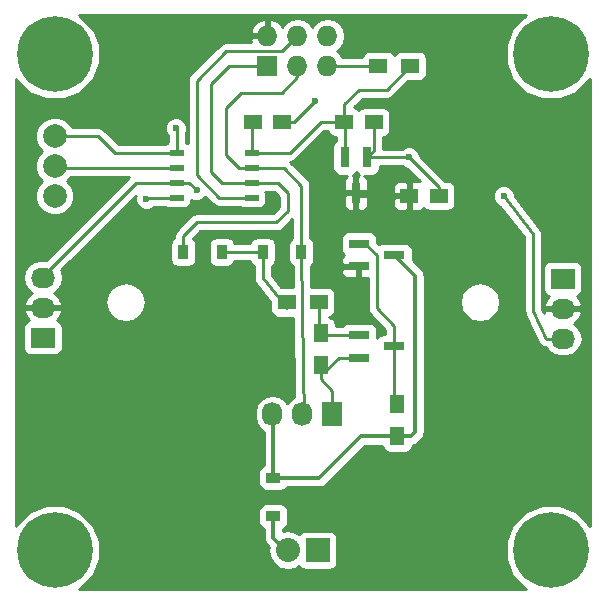
<source format=gbr>
G04 #@! TF.FileFunction,Copper,L1,Top,Signal*
%FSLAX46Y46*%
G04 Gerber Fmt 4.6, Leading zero omitted, Abs format (unit mm)*
G04 Created by KiCad (PCBNEW 4.0.2-4+6225~38~ubuntu14.04.1-stable) date Wed 23 Mar 2016 14:02:06 GMT*
%MOMM*%
G01*
G04 APERTURE LIST*
%ADD10C,0.100000*%
%ADD11R,1.800860X0.800100*%
%ADD12R,1.143000X0.508000*%
%ADD13R,1.727200X2.032000*%
%ADD14O,1.727200X2.032000*%
%ADD15R,2.032000X1.727200*%
%ADD16O,2.032000X1.727200*%
%ADD17R,1.500000X1.250000*%
%ADD18R,1.500000X1.300000*%
%ADD19R,1.300000X1.500000*%
%ADD20R,0.910000X1.220000*%
%ADD21R,0.800100X1.800860*%
%ADD22C,1.998980*%
%ADD23R,1.727200X1.727200*%
%ADD24O,1.727200X1.727200*%
%ADD25R,2.032000X2.032000*%
%ADD26O,2.032000X2.032000*%
%ADD27C,6.400000*%
%ADD28R,1.220000X0.910000*%
%ADD29C,0.600000*%
%ADD30C,0.250000*%
%ADD31C,0.350000*%
%ADD32C,0.254000*%
G04 APERTURE END LIST*
D10*
D11*
X149748860Y-87800000D03*
X149748860Y-89700000D03*
X152751140Y-88750000D03*
X149748860Y-80050000D03*
X149748860Y-81950000D03*
X152751140Y-81000000D03*
D12*
X140675000Y-72345000D03*
X140675000Y-73615000D03*
X140675000Y-74885000D03*
X140675000Y-76155000D03*
X134325000Y-76155000D03*
X134325000Y-74885000D03*
X134325000Y-73615000D03*
X134325000Y-72345000D03*
D13*
X147500000Y-94500000D03*
D14*
X144960000Y-94500000D03*
X142420000Y-94500000D03*
D15*
X123000000Y-88000000D03*
D16*
X123000000Y-85460000D03*
X123000000Y-82920000D03*
D17*
X154000000Y-76000000D03*
X156500000Y-76000000D03*
X148500000Y-69750000D03*
X151000000Y-69750000D03*
X140750000Y-69750000D03*
X143250000Y-69750000D03*
D18*
X146350000Y-85000000D03*
X143650000Y-85000000D03*
D19*
X153000000Y-96350000D03*
X153000000Y-93650000D03*
X146500000Y-87650000D03*
X146500000Y-90350000D03*
D18*
X151400000Y-65000000D03*
X154100000Y-65000000D03*
D20*
X141615000Y-80750000D03*
X144885000Y-80750000D03*
X138135000Y-80750000D03*
X134865000Y-80750000D03*
D21*
X150450000Y-72748860D03*
X148550000Y-72748860D03*
X149500000Y-75751140D03*
D22*
X124000000Y-73460000D03*
X124000000Y-70920000D03*
X124000000Y-76000000D03*
D23*
X142000000Y-65000000D03*
D24*
X142000000Y-62460000D03*
X144540000Y-65000000D03*
X144540000Y-62460000D03*
X147080000Y-65000000D03*
X147080000Y-62460000D03*
D15*
X167000000Y-83000000D03*
D16*
X167000000Y-85540000D03*
X167000000Y-88080000D03*
D25*
X146250000Y-106000000D03*
D26*
X143710000Y-106000000D03*
D27*
X166000000Y-106000000D03*
X124000000Y-106000000D03*
X166000000Y-64000000D03*
X124000000Y-64000000D03*
D28*
X142500000Y-99865000D03*
X142500000Y-103135000D03*
D29*
X154000000Y-72750000D03*
X146000000Y-68000000D03*
X131750000Y-76250000D03*
X134250000Y-70250000D03*
X136000000Y-75500000D03*
X162000000Y-76000000D03*
D30*
X146500000Y-90350000D02*
X146500000Y-91500000D01*
X147500000Y-92500000D02*
X147500000Y-94500000D01*
X146500000Y-91500000D02*
X147500000Y-92500000D01*
X143250000Y-69750000D02*
X144250000Y-69750000D01*
X144250000Y-69750000D02*
X146000000Y-68000000D01*
X146500000Y-90850000D02*
X146900000Y-90850000D01*
X146900000Y-90850000D02*
X148050000Y-89700000D01*
X148050000Y-89700000D02*
X149748860Y-89700000D01*
X156500000Y-76000000D02*
X156500000Y-75250000D01*
X156500000Y-75250000D02*
X154000000Y-72750000D01*
X150450000Y-72748860D02*
X153998860Y-72748860D01*
X153998860Y-72748860D02*
X154000000Y-72750000D01*
X151000000Y-69750000D02*
X151000000Y-72198860D01*
X151000000Y-72198860D02*
X150450000Y-72748860D01*
X134325000Y-76155000D02*
X131845000Y-76155000D01*
X131845000Y-76155000D02*
X131750000Y-76250000D01*
X144885000Y-80750000D02*
X145065000Y-95145000D01*
X145065000Y-95145000D02*
X144960000Y-95250000D01*
X140675000Y-73615000D02*
X143365000Y-73615000D01*
X144885000Y-75135000D02*
X144885000Y-80750000D01*
X143365000Y-73615000D02*
X144885000Y-75135000D01*
X140675000Y-73615000D02*
X139635000Y-73615000D01*
X144540000Y-65960000D02*
X144540000Y-65000000D01*
X143210000Y-67290000D02*
X144540000Y-65960000D01*
X139750000Y-67290000D02*
X143210000Y-67290000D01*
X138520000Y-68520000D02*
X139750000Y-67290000D01*
X138520000Y-72500000D02*
X138520000Y-68520000D01*
X139635000Y-73615000D02*
X138520000Y-72500000D01*
X134865000Y-80750000D02*
X134865000Y-79385000D01*
X142885000Y-74885000D02*
X140675000Y-74885000D01*
X143750000Y-75750000D02*
X142885000Y-74885000D01*
X143750000Y-77250000D02*
X143750000Y-75750000D01*
X142750000Y-78250000D02*
X143750000Y-77250000D01*
X136000000Y-78250000D02*
X142750000Y-78250000D01*
X134865000Y-79385000D02*
X136000000Y-78250000D01*
X138135000Y-74885000D02*
X140675000Y-74885000D01*
X137250000Y-74000000D02*
X138135000Y-74885000D01*
X138750000Y-65000000D02*
X137250000Y-66500000D01*
X142000000Y-65000000D02*
X138750000Y-65000000D01*
X137250000Y-66500000D02*
X137250000Y-74000000D01*
X134325000Y-72345000D02*
X129095000Y-72345000D01*
X127670000Y-70920000D02*
X124000000Y-70920000D01*
X129095000Y-72345000D02*
X127670000Y-70920000D01*
X134325000Y-70325000D02*
X134325000Y-72345000D01*
X134250000Y-70250000D02*
X134325000Y-70325000D01*
X147080000Y-65000000D02*
X151400000Y-65000000D01*
X134325000Y-74885000D02*
X130865000Y-74885000D01*
X130865000Y-74885000D02*
X123000000Y-82750000D01*
X123000000Y-82750000D02*
X123000000Y-82920000D01*
X167000000Y-88080000D02*
X165580000Y-88080000D01*
X135385000Y-74885000D02*
X134325000Y-74885000D01*
X136000000Y-75500000D02*
X135385000Y-74885000D01*
X164500000Y-79250000D02*
X162000000Y-76000000D01*
X164500000Y-85750000D02*
X164500000Y-79250000D01*
X165580000Y-88080000D02*
X164500000Y-85750000D01*
X134885000Y-74885000D02*
X134325000Y-74885000D01*
X144540000Y-62460000D02*
X143250000Y-63750000D01*
X143250000Y-63750000D02*
X138500000Y-63750000D01*
X138500000Y-63750000D02*
X136000000Y-66250000D01*
X136000000Y-66250000D02*
X136000000Y-74250000D01*
X136000000Y-74250000D02*
X137905000Y-76155000D01*
X137905000Y-76155000D02*
X140675000Y-76155000D01*
X134325000Y-73615000D02*
X124155000Y-73615000D01*
X124155000Y-73615000D02*
X124000000Y-73460000D01*
D31*
X143710000Y-106000000D02*
X143500000Y-106000000D01*
X143500000Y-106000000D02*
X142500000Y-105000000D01*
X142500000Y-105000000D02*
X142500000Y-103135000D01*
D30*
X154000000Y-76000000D02*
X149748860Y-76000000D01*
X149748860Y-76000000D02*
X149500000Y-75751140D01*
X148500000Y-69750000D02*
X148500000Y-68250000D01*
X152100000Y-67000000D02*
X154100000Y-65000000D01*
X149750000Y-67000000D02*
X152100000Y-67000000D01*
X148500000Y-68250000D02*
X149750000Y-67000000D01*
X148550000Y-72748860D02*
X148550000Y-69800000D01*
X148550000Y-69800000D02*
X148500000Y-69750000D01*
X148500000Y-69750000D02*
X146500000Y-69750000D01*
X143905000Y-72345000D02*
X140675000Y-72345000D01*
X146500000Y-69750000D02*
X143905000Y-72345000D01*
X140675000Y-72345000D02*
X140675000Y-69825000D01*
X140675000Y-69825000D02*
X140750000Y-69750000D01*
X149748860Y-87800000D02*
X146650000Y-87800000D01*
X146650000Y-87800000D02*
X146500000Y-87650000D01*
X146350000Y-85500000D02*
X146350000Y-88000000D01*
X146350000Y-88000000D02*
X146500000Y-88150000D01*
X152751140Y-88750000D02*
X152751140Y-93401140D01*
X152751140Y-93401140D02*
X153000000Y-93650000D01*
X149748860Y-80050000D02*
X150300000Y-80050000D01*
X150300000Y-80050000D02*
X151250000Y-81000000D01*
X151250000Y-81000000D02*
X151250000Y-85500000D01*
X151250000Y-85500000D02*
X152751140Y-87001140D01*
X152751140Y-87001140D02*
X152751140Y-88750000D01*
X141615000Y-80750000D02*
X141615000Y-82965000D01*
X141615000Y-82965000D02*
X143650000Y-85500000D01*
X138135000Y-80750000D02*
X141615000Y-80750000D01*
D31*
X153000000Y-96350000D02*
X149900000Y-96350000D01*
X146385000Y-99865000D02*
X142500000Y-99865000D01*
X149900000Y-96350000D02*
X146385000Y-99865000D01*
X142500000Y-99865000D02*
X142500000Y-94580000D01*
D30*
X142500000Y-94580000D02*
X142420000Y-94500000D01*
D31*
X153000000Y-96350000D02*
X154150000Y-96350000D01*
X154150000Y-96350000D02*
X154500000Y-96000000D01*
X154500000Y-96000000D02*
X154500000Y-82748860D01*
X154500000Y-82748860D02*
X152751140Y-81000000D01*
D32*
G36*
X163830485Y-60746950D02*
X162750741Y-61824811D01*
X162165667Y-63233825D01*
X162164336Y-64759482D01*
X162746950Y-66169515D01*
X163824811Y-67249259D01*
X165233825Y-67834333D01*
X166759482Y-67835664D01*
X168169515Y-67253050D01*
X169249259Y-66175189D01*
X169290000Y-66077074D01*
X169290000Y-103919911D01*
X169253050Y-103830485D01*
X168175189Y-102750741D01*
X166766175Y-102165667D01*
X165240518Y-102164336D01*
X163830485Y-102746950D01*
X162750741Y-103824811D01*
X162165667Y-105233825D01*
X162164336Y-106759482D01*
X162746950Y-108169515D01*
X163824811Y-109249259D01*
X163922926Y-109290000D01*
X126080089Y-109290000D01*
X126169515Y-109253050D01*
X127249259Y-108175189D01*
X127834333Y-106766175D01*
X127835664Y-105240518D01*
X127253050Y-103830485D01*
X126175189Y-102750741D01*
X126004826Y-102680000D01*
X141242560Y-102680000D01*
X141242560Y-103590000D01*
X141286838Y-103825317D01*
X141425910Y-104041441D01*
X141638110Y-104186431D01*
X141690000Y-104196939D01*
X141690000Y-105000000D01*
X141751658Y-105309974D01*
X141768945Y-105335845D01*
X141927244Y-105572756D01*
X142102658Y-105748170D01*
X142059000Y-105967655D01*
X142059000Y-106032345D01*
X142184675Y-106664155D01*
X142542567Y-107199778D01*
X143078190Y-107557670D01*
X143710000Y-107683345D01*
X144341810Y-107557670D01*
X144681792Y-107330501D01*
X144769910Y-107467441D01*
X144982110Y-107612431D01*
X145234000Y-107663440D01*
X147266000Y-107663440D01*
X147501317Y-107619162D01*
X147717441Y-107480090D01*
X147862431Y-107267890D01*
X147913440Y-107016000D01*
X147913440Y-104984000D01*
X147869162Y-104748683D01*
X147730090Y-104532559D01*
X147517890Y-104387569D01*
X147266000Y-104336560D01*
X145234000Y-104336560D01*
X144998683Y-104380838D01*
X144782559Y-104519910D01*
X144680802Y-104668837D01*
X144341810Y-104442330D01*
X143710000Y-104316655D01*
X143310000Y-104396220D01*
X143310000Y-104199807D01*
X143345317Y-104193162D01*
X143561441Y-104054090D01*
X143706431Y-103841890D01*
X143757440Y-103590000D01*
X143757440Y-102680000D01*
X143713162Y-102444683D01*
X143574090Y-102228559D01*
X143361890Y-102083569D01*
X143110000Y-102032560D01*
X141890000Y-102032560D01*
X141654683Y-102076838D01*
X141438559Y-102215910D01*
X141293569Y-102428110D01*
X141242560Y-102680000D01*
X126004826Y-102680000D01*
X124766175Y-102165667D01*
X123240518Y-102164336D01*
X121830485Y-102746950D01*
X120750741Y-103824811D01*
X120710000Y-103922926D01*
X120710000Y-87136400D01*
X121336560Y-87136400D01*
X121336560Y-88863600D01*
X121380838Y-89098917D01*
X121519910Y-89315041D01*
X121732110Y-89460031D01*
X121984000Y-89511040D01*
X124016000Y-89511040D01*
X124251317Y-89466762D01*
X124467441Y-89327690D01*
X124612431Y-89115490D01*
X124663440Y-88863600D01*
X124663440Y-87136400D01*
X124619162Y-86901083D01*
X124480090Y-86684959D01*
X124267890Y-86539969D01*
X124173073Y-86520768D01*
X124350732Y-86362036D01*
X124604709Y-85834791D01*
X124607358Y-85819026D01*
X124486217Y-85587000D01*
X123127000Y-85587000D01*
X123127000Y-85607000D01*
X122873000Y-85607000D01*
X122873000Y-85587000D01*
X121513783Y-85587000D01*
X121392642Y-85819026D01*
X121395291Y-85834791D01*
X121649268Y-86362036D01*
X121824845Y-86518907D01*
X121748683Y-86533238D01*
X121532559Y-86672310D01*
X121387569Y-86884510D01*
X121336560Y-87136400D01*
X120710000Y-87136400D01*
X120710000Y-82920000D01*
X121316655Y-82920000D01*
X121430729Y-83493489D01*
X121755585Y-83979670D01*
X122065069Y-84186461D01*
X121649268Y-84557964D01*
X121395291Y-85085209D01*
X121392642Y-85100974D01*
X121513783Y-85333000D01*
X122873000Y-85333000D01*
X122873000Y-85313000D01*
X123127000Y-85313000D01*
X123127000Y-85333000D01*
X124486217Y-85333000D01*
X124607358Y-85100974D01*
X124604709Y-85085209D01*
X124563664Y-85000000D01*
X128290000Y-85000000D01*
X128420166Y-85654389D01*
X128790847Y-86209153D01*
X129345611Y-86579834D01*
X130000000Y-86710000D01*
X130654389Y-86579834D01*
X131209153Y-86209153D01*
X131579834Y-85654389D01*
X131710000Y-85000000D01*
X131579834Y-84345611D01*
X131209153Y-83790847D01*
X130654389Y-83420166D01*
X130000000Y-83290000D01*
X129345611Y-83420166D01*
X128790847Y-83790847D01*
X128420166Y-84345611D01*
X128290000Y-85000000D01*
X124563664Y-85000000D01*
X124350732Y-84557964D01*
X123934931Y-84186461D01*
X124244415Y-83979670D01*
X124569271Y-83493489D01*
X124683345Y-82920000D01*
X124569271Y-82346511D01*
X124532830Y-82291972D01*
X130853196Y-75971606D01*
X130815162Y-76063201D01*
X130814838Y-76435167D01*
X130956883Y-76778943D01*
X131219673Y-77042192D01*
X131563201Y-77184838D01*
X131935167Y-77185162D01*
X132278943Y-77043117D01*
X132407284Y-76915000D01*
X133369260Y-76915000D01*
X133501610Y-77005431D01*
X133753500Y-77056440D01*
X134896500Y-77056440D01*
X135131817Y-77012162D01*
X135347941Y-76873090D01*
X135492931Y-76660890D01*
X135543940Y-76409000D01*
X135543940Y-76323031D01*
X135813201Y-76434838D01*
X136185167Y-76435162D01*
X136528943Y-76293117D01*
X136748821Y-76073623D01*
X137367599Y-76692401D01*
X137614161Y-76857148D01*
X137905000Y-76915000D01*
X139719260Y-76915000D01*
X139851610Y-77005431D01*
X140103500Y-77056440D01*
X141246500Y-77056440D01*
X141481817Y-77012162D01*
X141697941Y-76873090D01*
X141842931Y-76660890D01*
X141893940Y-76409000D01*
X141893940Y-75901000D01*
X141849662Y-75665683D01*
X141836353Y-75645000D01*
X142570198Y-75645000D01*
X142990000Y-76064802D01*
X142990000Y-76935198D01*
X142435198Y-77490000D01*
X136000000Y-77490000D01*
X135709160Y-77547852D01*
X135462599Y-77712599D01*
X134327599Y-78847599D01*
X134162852Y-79094161D01*
X134105000Y-79385000D01*
X134105000Y-79581678D01*
X133958559Y-79675910D01*
X133813569Y-79888110D01*
X133762560Y-80140000D01*
X133762560Y-81360000D01*
X133806838Y-81595317D01*
X133945910Y-81811441D01*
X134158110Y-81956431D01*
X134410000Y-82007440D01*
X135320000Y-82007440D01*
X135555317Y-81963162D01*
X135771441Y-81824090D01*
X135916431Y-81611890D01*
X135967440Y-81360000D01*
X135967440Y-80140000D01*
X135923162Y-79904683D01*
X135784090Y-79688559D01*
X135696257Y-79628545D01*
X136314802Y-79010000D01*
X142750000Y-79010000D01*
X143040839Y-78952148D01*
X143287401Y-78787401D01*
X144125000Y-77949802D01*
X144125000Y-79581678D01*
X143978559Y-79675910D01*
X143833569Y-79888110D01*
X143782560Y-80140000D01*
X143782560Y-81360000D01*
X143826838Y-81595317D01*
X143965910Y-81811441D01*
X144139698Y-81930185D01*
X144161860Y-83702560D01*
X143181672Y-83702560D01*
X142375000Y-82697689D01*
X142375000Y-81918322D01*
X142521441Y-81824090D01*
X142666431Y-81611890D01*
X142717440Y-81360000D01*
X142717440Y-80140000D01*
X142673162Y-79904683D01*
X142534090Y-79688559D01*
X142321890Y-79543569D01*
X142070000Y-79492560D01*
X141160000Y-79492560D01*
X140924683Y-79536838D01*
X140708559Y-79675910D01*
X140563569Y-79888110D01*
X140542936Y-79990000D01*
X139209216Y-79990000D01*
X139193162Y-79904683D01*
X139054090Y-79688559D01*
X138841890Y-79543569D01*
X138590000Y-79492560D01*
X137680000Y-79492560D01*
X137444683Y-79536838D01*
X137228559Y-79675910D01*
X137083569Y-79888110D01*
X137032560Y-80140000D01*
X137032560Y-81360000D01*
X137076838Y-81595317D01*
X137215910Y-81811441D01*
X137428110Y-81956431D01*
X137680000Y-82007440D01*
X138590000Y-82007440D01*
X138825317Y-81963162D01*
X139041441Y-81824090D01*
X139186431Y-81611890D01*
X139207064Y-81510000D01*
X140540784Y-81510000D01*
X140556838Y-81595317D01*
X140695910Y-81811441D01*
X140855000Y-81920143D01*
X140855000Y-82965000D01*
X140875996Y-83070552D01*
X140885386Y-83177748D01*
X140904695Y-83214830D01*
X140912852Y-83255839D01*
X140972640Y-83345318D01*
X141022339Y-83440765D01*
X142252560Y-84973252D01*
X142252560Y-85650000D01*
X142296838Y-85885317D01*
X142435910Y-86101441D01*
X142648110Y-86246431D01*
X142900000Y-86297440D01*
X144194307Y-86297440D01*
X144278157Y-93003129D01*
X143900330Y-93255585D01*
X143690000Y-93570366D01*
X143479670Y-93255585D01*
X142993489Y-92930729D01*
X142420000Y-92816655D01*
X141846511Y-92930729D01*
X141360330Y-93255585D01*
X141035474Y-93741766D01*
X140921400Y-94315255D01*
X140921400Y-94684745D01*
X141035474Y-95258234D01*
X141360330Y-95744415D01*
X141690000Y-95964694D01*
X141690000Y-98800193D01*
X141654683Y-98806838D01*
X141438559Y-98945910D01*
X141293569Y-99158110D01*
X141242560Y-99410000D01*
X141242560Y-100320000D01*
X141286838Y-100555317D01*
X141425910Y-100771441D01*
X141638110Y-100916431D01*
X141890000Y-100967440D01*
X143110000Y-100967440D01*
X143345317Y-100923162D01*
X143561441Y-100784090D01*
X143635979Y-100675000D01*
X146385000Y-100675000D01*
X146694974Y-100613342D01*
X146957756Y-100437756D01*
X150235513Y-97160000D01*
X151713850Y-97160000D01*
X151746838Y-97335317D01*
X151885910Y-97551441D01*
X152098110Y-97696431D01*
X152350000Y-97747440D01*
X153650000Y-97747440D01*
X153885317Y-97703162D01*
X154101441Y-97564090D01*
X154246431Y-97351890D01*
X154290968Y-97131960D01*
X154459974Y-97098342D01*
X154722756Y-96922756D01*
X155072757Y-96572756D01*
X155248343Y-96309973D01*
X155287636Y-96112431D01*
X155310000Y-96000000D01*
X155310000Y-85000000D01*
X158290000Y-85000000D01*
X158420166Y-85654389D01*
X158790847Y-86209153D01*
X159345611Y-86579834D01*
X160000000Y-86710000D01*
X160654389Y-86579834D01*
X161209153Y-86209153D01*
X161579834Y-85654389D01*
X161710000Y-85000000D01*
X161579834Y-84345611D01*
X161209153Y-83790847D01*
X160654389Y-83420166D01*
X160000000Y-83290000D01*
X159345611Y-83420166D01*
X158790847Y-83790847D01*
X158420166Y-84345611D01*
X158290000Y-85000000D01*
X155310000Y-85000000D01*
X155310000Y-82748860D01*
X155302220Y-82709748D01*
X155248343Y-82438887D01*
X155072757Y-82176104D01*
X154298621Y-81401969D01*
X154299010Y-81400050D01*
X154299010Y-80599950D01*
X154254732Y-80364633D01*
X154115660Y-80148509D01*
X153903460Y-80003519D01*
X153651570Y-79952510D01*
X151850710Y-79952510D01*
X151615393Y-79996788D01*
X151436624Y-80111822D01*
X151296730Y-79971928D01*
X151296730Y-79649950D01*
X151252452Y-79414633D01*
X151113380Y-79198509D01*
X150901180Y-79053519D01*
X150649290Y-79002510D01*
X148848430Y-79002510D01*
X148613113Y-79046788D01*
X148396989Y-79185860D01*
X148251999Y-79398060D01*
X148200990Y-79649950D01*
X148200990Y-80450050D01*
X148245268Y-80685367D01*
X148384340Y-80901491D01*
X148524089Y-80996977D01*
X148488731Y-81011623D01*
X148310103Y-81190252D01*
X148213430Y-81423641D01*
X148213430Y-81664250D01*
X148372180Y-81823000D01*
X149621860Y-81823000D01*
X149621860Y-81803000D01*
X149875860Y-81803000D01*
X149875860Y-81823000D01*
X149895860Y-81823000D01*
X149895860Y-82077000D01*
X149875860Y-82077000D01*
X149875860Y-82826300D01*
X150034610Y-82985050D01*
X150490000Y-82985050D01*
X150490000Y-85500000D01*
X150547852Y-85790839D01*
X150712599Y-86037401D01*
X151991140Y-87315942D01*
X151991140Y-87702510D01*
X151850710Y-87702510D01*
X151615393Y-87746788D01*
X151399269Y-87885860D01*
X151296730Y-88035931D01*
X151296730Y-87399950D01*
X151252452Y-87164633D01*
X151113380Y-86948509D01*
X150901180Y-86803519D01*
X150649290Y-86752510D01*
X148848430Y-86752510D01*
X148613113Y-86796788D01*
X148396989Y-86935860D01*
X148325833Y-87040000D01*
X147797440Y-87040000D01*
X147797440Y-86900000D01*
X147753162Y-86664683D01*
X147614090Y-86448559D01*
X147401890Y-86303569D01*
X147240798Y-86270947D01*
X147335317Y-86253162D01*
X147551441Y-86114090D01*
X147696431Y-85901890D01*
X147747440Y-85650000D01*
X147747440Y-84350000D01*
X147703162Y-84114683D01*
X147564090Y-83898559D01*
X147351890Y-83753569D01*
X147100000Y-83702560D01*
X145681980Y-83702560D01*
X145663639Y-82235750D01*
X148213430Y-82235750D01*
X148213430Y-82476359D01*
X148310103Y-82709748D01*
X148488731Y-82888377D01*
X148722120Y-82985050D01*
X149463110Y-82985050D01*
X149621860Y-82826300D01*
X149621860Y-82077000D01*
X148372180Y-82077000D01*
X148213430Y-82235750D01*
X145663639Y-82235750D01*
X145659552Y-81908958D01*
X145791441Y-81824090D01*
X145936431Y-81611890D01*
X145987440Y-81360000D01*
X145987440Y-80140000D01*
X145943162Y-79904683D01*
X145804090Y-79688559D01*
X145645000Y-79579857D01*
X145645000Y-76036890D01*
X148464950Y-76036890D01*
X148464950Y-76777880D01*
X148561623Y-77011269D01*
X148740252Y-77189897D01*
X148973641Y-77286570D01*
X149214250Y-77286570D01*
X149373000Y-77127820D01*
X149373000Y-75878140D01*
X149627000Y-75878140D01*
X149627000Y-77127820D01*
X149785750Y-77286570D01*
X150026359Y-77286570D01*
X150259748Y-77189897D01*
X150438377Y-77011269D01*
X150535050Y-76777880D01*
X150535050Y-76285750D01*
X152615000Y-76285750D01*
X152615000Y-76751310D01*
X152711673Y-76984699D01*
X152890302Y-77163327D01*
X153123691Y-77260000D01*
X153714250Y-77260000D01*
X153873000Y-77101250D01*
X153873000Y-76127000D01*
X152773750Y-76127000D01*
X152615000Y-76285750D01*
X150535050Y-76285750D01*
X150535050Y-76036890D01*
X150376300Y-75878140D01*
X149627000Y-75878140D01*
X149373000Y-75878140D01*
X148623700Y-75878140D01*
X148464950Y-76036890D01*
X145645000Y-76036890D01*
X145645000Y-75135000D01*
X145587148Y-74844161D01*
X145422401Y-74597599D01*
X143925687Y-73100885D01*
X144195839Y-73047148D01*
X144442401Y-72882401D01*
X146814802Y-70510000D01*
X147127962Y-70510000D01*
X147146838Y-70610317D01*
X147285910Y-70826441D01*
X147498110Y-70971431D01*
X147750000Y-71022440D01*
X147790000Y-71022440D01*
X147790000Y-71325467D01*
X147698509Y-71384340D01*
X147553519Y-71596540D01*
X147502510Y-71848430D01*
X147502510Y-73649290D01*
X147546788Y-73884607D01*
X147685860Y-74100731D01*
X147898060Y-74245721D01*
X148149950Y-74296730D01*
X148778042Y-74296730D01*
X148740252Y-74312383D01*
X148561623Y-74491011D01*
X148464950Y-74724400D01*
X148464950Y-75465390D01*
X148623700Y-75624140D01*
X149373000Y-75624140D01*
X149373000Y-74374460D01*
X149225297Y-74226757D01*
X149401491Y-74113380D01*
X149500632Y-73968283D01*
X149585860Y-74100731D01*
X149772918Y-74228542D01*
X149627000Y-74374460D01*
X149627000Y-75624140D01*
X150376300Y-75624140D01*
X150535050Y-75465390D01*
X150535050Y-75248690D01*
X152615000Y-75248690D01*
X152615000Y-75714250D01*
X152773750Y-75873000D01*
X153873000Y-75873000D01*
X153873000Y-74898750D01*
X153714250Y-74740000D01*
X153123691Y-74740000D01*
X152890302Y-74836673D01*
X152711673Y-75015301D01*
X152615000Y-75248690D01*
X150535050Y-75248690D01*
X150535050Y-74724400D01*
X150438377Y-74491011D01*
X150259748Y-74312383D01*
X150221958Y-74296730D01*
X150850050Y-74296730D01*
X151085367Y-74252452D01*
X151301491Y-74113380D01*
X151446481Y-73901180D01*
X151497490Y-73649290D01*
X151497490Y-73508860D01*
X153436399Y-73508860D01*
X153469673Y-73542192D01*
X153813201Y-73684838D01*
X153860077Y-73684879D01*
X154942697Y-74767499D01*
X154876309Y-74740000D01*
X154285750Y-74740000D01*
X154127000Y-74898750D01*
X154127000Y-75873000D01*
X154147000Y-75873000D01*
X154147000Y-76127000D01*
X154127000Y-76127000D01*
X154127000Y-77101250D01*
X154285750Y-77260000D01*
X154876309Y-77260000D01*
X155109698Y-77163327D01*
X155250936Y-77022090D01*
X155285910Y-77076441D01*
X155498110Y-77221431D01*
X155750000Y-77272440D01*
X157250000Y-77272440D01*
X157485317Y-77228162D01*
X157701441Y-77089090D01*
X157846431Y-76876890D01*
X157897440Y-76625000D01*
X157897440Y-76185167D01*
X161064838Y-76185167D01*
X161206883Y-76528943D01*
X161469673Y-76792192D01*
X161735422Y-76902541D01*
X163740000Y-79508492D01*
X163740000Y-85750000D01*
X163743113Y-85765649D01*
X163740650Y-85781410D01*
X163771933Y-85910538D01*
X163797852Y-86040839D01*
X163806714Y-86054102D01*
X163810471Y-86069610D01*
X164890472Y-88399610D01*
X164968790Y-88506937D01*
X165042599Y-88617401D01*
X165055864Y-88626264D01*
X165065268Y-88639152D01*
X165178704Y-88708343D01*
X165289161Y-88782148D01*
X165304806Y-88785260D01*
X165318428Y-88793569D01*
X165449698Y-88814081D01*
X165551574Y-88834346D01*
X165755585Y-89139670D01*
X166241766Y-89464526D01*
X166815255Y-89578600D01*
X167184745Y-89578600D01*
X167758234Y-89464526D01*
X168244415Y-89139670D01*
X168569271Y-88653489D01*
X168683345Y-88080000D01*
X168569271Y-87506511D01*
X168244415Y-87020330D01*
X167934931Y-86813539D01*
X168350732Y-86442036D01*
X168604709Y-85914791D01*
X168607358Y-85899026D01*
X168486217Y-85667000D01*
X167127000Y-85667000D01*
X167127000Y-85687000D01*
X166873000Y-85687000D01*
X166873000Y-85667000D01*
X165513783Y-85667000D01*
X165400116Y-85884711D01*
X165260000Y-85582425D01*
X165260000Y-82136400D01*
X165336560Y-82136400D01*
X165336560Y-83863600D01*
X165380838Y-84098917D01*
X165519910Y-84315041D01*
X165732110Y-84460031D01*
X165826927Y-84479232D01*
X165649268Y-84637964D01*
X165395291Y-85165209D01*
X165392642Y-85180974D01*
X165513783Y-85413000D01*
X166873000Y-85413000D01*
X166873000Y-85393000D01*
X167127000Y-85393000D01*
X167127000Y-85413000D01*
X168486217Y-85413000D01*
X168607358Y-85180974D01*
X168604709Y-85165209D01*
X168350732Y-84637964D01*
X168175155Y-84481093D01*
X168251317Y-84466762D01*
X168467441Y-84327690D01*
X168612431Y-84115490D01*
X168663440Y-83863600D01*
X168663440Y-82136400D01*
X168619162Y-81901083D01*
X168480090Y-81684959D01*
X168267890Y-81539969D01*
X168016000Y-81488960D01*
X165984000Y-81488960D01*
X165748683Y-81533238D01*
X165532559Y-81672310D01*
X165387569Y-81884510D01*
X165336560Y-82136400D01*
X165260000Y-82136400D01*
X165260000Y-79250000D01*
X165240517Y-79152055D01*
X165233867Y-79052419D01*
X165211840Y-79007888D01*
X165202148Y-78959161D01*
X165146669Y-78876130D01*
X165102394Y-78786620D01*
X162935028Y-75969044D01*
X162935162Y-75814833D01*
X162793117Y-75471057D01*
X162530327Y-75207808D01*
X162186799Y-75065162D01*
X161814833Y-75064838D01*
X161471057Y-75206883D01*
X161207808Y-75469673D01*
X161065162Y-75813201D01*
X161064838Y-76185167D01*
X157897440Y-76185167D01*
X157897440Y-75375000D01*
X157853162Y-75139683D01*
X157714090Y-74923559D01*
X157501890Y-74778569D01*
X157250000Y-74727560D01*
X157047398Y-74727560D01*
X157037401Y-74712599D01*
X154935122Y-72610320D01*
X154935162Y-72564833D01*
X154793117Y-72221057D01*
X154530327Y-71957808D01*
X154186799Y-71815162D01*
X153814833Y-71814838D01*
X153471057Y-71956883D01*
X153439024Y-71988860D01*
X151760000Y-71988860D01*
X151760000Y-71020558D01*
X151985317Y-70978162D01*
X152201441Y-70839090D01*
X152346431Y-70626890D01*
X152397440Y-70375000D01*
X152397440Y-69125000D01*
X152353162Y-68889683D01*
X152214090Y-68673559D01*
X152001890Y-68528569D01*
X151750000Y-68477560D01*
X150250000Y-68477560D01*
X150014683Y-68521838D01*
X149798559Y-68660910D01*
X149750866Y-68730711D01*
X149714090Y-68673559D01*
X149501890Y-68528569D01*
X149330866Y-68493936D01*
X150064802Y-67760000D01*
X152100000Y-67760000D01*
X152390839Y-67702148D01*
X152637401Y-67537401D01*
X153877362Y-66297440D01*
X154850000Y-66297440D01*
X155085317Y-66253162D01*
X155301441Y-66114090D01*
X155446431Y-65901890D01*
X155497440Y-65650000D01*
X155497440Y-64350000D01*
X155453162Y-64114683D01*
X155314090Y-63898559D01*
X155101890Y-63753569D01*
X154850000Y-63702560D01*
X153350000Y-63702560D01*
X153114683Y-63746838D01*
X152898559Y-63885910D01*
X152753569Y-64098110D01*
X152750919Y-64111197D01*
X152614090Y-63898559D01*
X152401890Y-63753569D01*
X152150000Y-63702560D01*
X150650000Y-63702560D01*
X150414683Y-63746838D01*
X150198559Y-63885910D01*
X150053569Y-64098110D01*
X150024836Y-64240000D01*
X148359520Y-64240000D01*
X148139670Y-63910971D01*
X147868828Y-63730000D01*
X148139670Y-63549029D01*
X148464526Y-63062848D01*
X148578600Y-62489359D01*
X148578600Y-62430641D01*
X148464526Y-61857152D01*
X148139670Y-61370971D01*
X147653489Y-61046115D01*
X147080000Y-60932041D01*
X146506511Y-61046115D01*
X146020330Y-61370971D01*
X145810000Y-61685752D01*
X145599670Y-61370971D01*
X145113489Y-61046115D01*
X144540000Y-60932041D01*
X143966511Y-61046115D01*
X143480330Y-61370971D01*
X143264336Y-61694228D01*
X143206821Y-61571510D01*
X142774947Y-61177312D01*
X142359026Y-61005042D01*
X142127000Y-61126183D01*
X142127000Y-62333000D01*
X142147000Y-62333000D01*
X142147000Y-62587000D01*
X142127000Y-62587000D01*
X142127000Y-62607000D01*
X141873000Y-62607000D01*
X141873000Y-62587000D01*
X140665531Y-62587000D01*
X140545032Y-62819027D01*
X140625163Y-62990000D01*
X138500000Y-62990000D01*
X138209161Y-63047852D01*
X137962599Y-63212599D01*
X135462599Y-65712599D01*
X135297852Y-65959161D01*
X135240000Y-66250000D01*
X135240000Y-71557163D01*
X135148390Y-71494569D01*
X135085000Y-71481732D01*
X135085000Y-70677234D01*
X135184838Y-70436799D01*
X135185162Y-70064833D01*
X135043117Y-69721057D01*
X134780327Y-69457808D01*
X134436799Y-69315162D01*
X134064833Y-69314838D01*
X133721057Y-69456883D01*
X133457808Y-69719673D01*
X133315162Y-70063201D01*
X133314838Y-70435167D01*
X133456883Y-70778943D01*
X133565000Y-70887249D01*
X133565000Y-71479029D01*
X133518183Y-71487838D01*
X133367189Y-71585000D01*
X129409802Y-71585000D01*
X128207401Y-70382599D01*
X127960839Y-70217852D01*
X127670000Y-70160000D01*
X125454496Y-70160000D01*
X125386462Y-69995345D01*
X124927073Y-69535154D01*
X124326547Y-69285794D01*
X123676306Y-69285226D01*
X123075345Y-69533538D01*
X122615154Y-69992927D01*
X122365794Y-70593453D01*
X122365226Y-71243694D01*
X122613538Y-71844655D01*
X122958480Y-72190199D01*
X122615154Y-72532927D01*
X122365794Y-73133453D01*
X122365226Y-73783694D01*
X122613538Y-74384655D01*
X122958480Y-74730199D01*
X122615154Y-75072927D01*
X122365794Y-75673453D01*
X122365226Y-76323694D01*
X122613538Y-76924655D01*
X123072927Y-77384846D01*
X123673453Y-77634206D01*
X124323694Y-77634774D01*
X124924655Y-77386462D01*
X125384846Y-76927073D01*
X125634206Y-76326547D01*
X125634774Y-75676306D01*
X125386462Y-75075345D01*
X125041520Y-74729801D01*
X125384846Y-74387073D01*
X125389859Y-74375000D01*
X130300198Y-74375000D01*
X123242341Y-81432857D01*
X123184745Y-81421400D01*
X122815255Y-81421400D01*
X122241766Y-81535474D01*
X121755585Y-81860330D01*
X121430729Y-82346511D01*
X121316655Y-82920000D01*
X120710000Y-82920000D01*
X120710000Y-66080089D01*
X120746950Y-66169515D01*
X121824811Y-67249259D01*
X123233825Y-67834333D01*
X124759482Y-67835664D01*
X126169515Y-67253050D01*
X127249259Y-66175189D01*
X127834333Y-64766175D01*
X127835664Y-63240518D01*
X127364814Y-62100973D01*
X140545032Y-62100973D01*
X140665531Y-62333000D01*
X141873000Y-62333000D01*
X141873000Y-61126183D01*
X141640974Y-61005042D01*
X141225053Y-61177312D01*
X140793179Y-61571510D01*
X140545032Y-62100973D01*
X127364814Y-62100973D01*
X127253050Y-61830485D01*
X126175189Y-60750741D01*
X126077074Y-60710000D01*
X163919911Y-60710000D01*
X163830485Y-60746950D01*
X163830485Y-60746950D01*
G37*
X163830485Y-60746950D02*
X162750741Y-61824811D01*
X162165667Y-63233825D01*
X162164336Y-64759482D01*
X162746950Y-66169515D01*
X163824811Y-67249259D01*
X165233825Y-67834333D01*
X166759482Y-67835664D01*
X168169515Y-67253050D01*
X169249259Y-66175189D01*
X169290000Y-66077074D01*
X169290000Y-103919911D01*
X169253050Y-103830485D01*
X168175189Y-102750741D01*
X166766175Y-102165667D01*
X165240518Y-102164336D01*
X163830485Y-102746950D01*
X162750741Y-103824811D01*
X162165667Y-105233825D01*
X162164336Y-106759482D01*
X162746950Y-108169515D01*
X163824811Y-109249259D01*
X163922926Y-109290000D01*
X126080089Y-109290000D01*
X126169515Y-109253050D01*
X127249259Y-108175189D01*
X127834333Y-106766175D01*
X127835664Y-105240518D01*
X127253050Y-103830485D01*
X126175189Y-102750741D01*
X126004826Y-102680000D01*
X141242560Y-102680000D01*
X141242560Y-103590000D01*
X141286838Y-103825317D01*
X141425910Y-104041441D01*
X141638110Y-104186431D01*
X141690000Y-104196939D01*
X141690000Y-105000000D01*
X141751658Y-105309974D01*
X141768945Y-105335845D01*
X141927244Y-105572756D01*
X142102658Y-105748170D01*
X142059000Y-105967655D01*
X142059000Y-106032345D01*
X142184675Y-106664155D01*
X142542567Y-107199778D01*
X143078190Y-107557670D01*
X143710000Y-107683345D01*
X144341810Y-107557670D01*
X144681792Y-107330501D01*
X144769910Y-107467441D01*
X144982110Y-107612431D01*
X145234000Y-107663440D01*
X147266000Y-107663440D01*
X147501317Y-107619162D01*
X147717441Y-107480090D01*
X147862431Y-107267890D01*
X147913440Y-107016000D01*
X147913440Y-104984000D01*
X147869162Y-104748683D01*
X147730090Y-104532559D01*
X147517890Y-104387569D01*
X147266000Y-104336560D01*
X145234000Y-104336560D01*
X144998683Y-104380838D01*
X144782559Y-104519910D01*
X144680802Y-104668837D01*
X144341810Y-104442330D01*
X143710000Y-104316655D01*
X143310000Y-104396220D01*
X143310000Y-104199807D01*
X143345317Y-104193162D01*
X143561441Y-104054090D01*
X143706431Y-103841890D01*
X143757440Y-103590000D01*
X143757440Y-102680000D01*
X143713162Y-102444683D01*
X143574090Y-102228559D01*
X143361890Y-102083569D01*
X143110000Y-102032560D01*
X141890000Y-102032560D01*
X141654683Y-102076838D01*
X141438559Y-102215910D01*
X141293569Y-102428110D01*
X141242560Y-102680000D01*
X126004826Y-102680000D01*
X124766175Y-102165667D01*
X123240518Y-102164336D01*
X121830485Y-102746950D01*
X120750741Y-103824811D01*
X120710000Y-103922926D01*
X120710000Y-87136400D01*
X121336560Y-87136400D01*
X121336560Y-88863600D01*
X121380838Y-89098917D01*
X121519910Y-89315041D01*
X121732110Y-89460031D01*
X121984000Y-89511040D01*
X124016000Y-89511040D01*
X124251317Y-89466762D01*
X124467441Y-89327690D01*
X124612431Y-89115490D01*
X124663440Y-88863600D01*
X124663440Y-87136400D01*
X124619162Y-86901083D01*
X124480090Y-86684959D01*
X124267890Y-86539969D01*
X124173073Y-86520768D01*
X124350732Y-86362036D01*
X124604709Y-85834791D01*
X124607358Y-85819026D01*
X124486217Y-85587000D01*
X123127000Y-85587000D01*
X123127000Y-85607000D01*
X122873000Y-85607000D01*
X122873000Y-85587000D01*
X121513783Y-85587000D01*
X121392642Y-85819026D01*
X121395291Y-85834791D01*
X121649268Y-86362036D01*
X121824845Y-86518907D01*
X121748683Y-86533238D01*
X121532559Y-86672310D01*
X121387569Y-86884510D01*
X121336560Y-87136400D01*
X120710000Y-87136400D01*
X120710000Y-82920000D01*
X121316655Y-82920000D01*
X121430729Y-83493489D01*
X121755585Y-83979670D01*
X122065069Y-84186461D01*
X121649268Y-84557964D01*
X121395291Y-85085209D01*
X121392642Y-85100974D01*
X121513783Y-85333000D01*
X122873000Y-85333000D01*
X122873000Y-85313000D01*
X123127000Y-85313000D01*
X123127000Y-85333000D01*
X124486217Y-85333000D01*
X124607358Y-85100974D01*
X124604709Y-85085209D01*
X124563664Y-85000000D01*
X128290000Y-85000000D01*
X128420166Y-85654389D01*
X128790847Y-86209153D01*
X129345611Y-86579834D01*
X130000000Y-86710000D01*
X130654389Y-86579834D01*
X131209153Y-86209153D01*
X131579834Y-85654389D01*
X131710000Y-85000000D01*
X131579834Y-84345611D01*
X131209153Y-83790847D01*
X130654389Y-83420166D01*
X130000000Y-83290000D01*
X129345611Y-83420166D01*
X128790847Y-83790847D01*
X128420166Y-84345611D01*
X128290000Y-85000000D01*
X124563664Y-85000000D01*
X124350732Y-84557964D01*
X123934931Y-84186461D01*
X124244415Y-83979670D01*
X124569271Y-83493489D01*
X124683345Y-82920000D01*
X124569271Y-82346511D01*
X124532830Y-82291972D01*
X130853196Y-75971606D01*
X130815162Y-76063201D01*
X130814838Y-76435167D01*
X130956883Y-76778943D01*
X131219673Y-77042192D01*
X131563201Y-77184838D01*
X131935167Y-77185162D01*
X132278943Y-77043117D01*
X132407284Y-76915000D01*
X133369260Y-76915000D01*
X133501610Y-77005431D01*
X133753500Y-77056440D01*
X134896500Y-77056440D01*
X135131817Y-77012162D01*
X135347941Y-76873090D01*
X135492931Y-76660890D01*
X135543940Y-76409000D01*
X135543940Y-76323031D01*
X135813201Y-76434838D01*
X136185167Y-76435162D01*
X136528943Y-76293117D01*
X136748821Y-76073623D01*
X137367599Y-76692401D01*
X137614161Y-76857148D01*
X137905000Y-76915000D01*
X139719260Y-76915000D01*
X139851610Y-77005431D01*
X140103500Y-77056440D01*
X141246500Y-77056440D01*
X141481817Y-77012162D01*
X141697941Y-76873090D01*
X141842931Y-76660890D01*
X141893940Y-76409000D01*
X141893940Y-75901000D01*
X141849662Y-75665683D01*
X141836353Y-75645000D01*
X142570198Y-75645000D01*
X142990000Y-76064802D01*
X142990000Y-76935198D01*
X142435198Y-77490000D01*
X136000000Y-77490000D01*
X135709160Y-77547852D01*
X135462599Y-77712599D01*
X134327599Y-78847599D01*
X134162852Y-79094161D01*
X134105000Y-79385000D01*
X134105000Y-79581678D01*
X133958559Y-79675910D01*
X133813569Y-79888110D01*
X133762560Y-80140000D01*
X133762560Y-81360000D01*
X133806838Y-81595317D01*
X133945910Y-81811441D01*
X134158110Y-81956431D01*
X134410000Y-82007440D01*
X135320000Y-82007440D01*
X135555317Y-81963162D01*
X135771441Y-81824090D01*
X135916431Y-81611890D01*
X135967440Y-81360000D01*
X135967440Y-80140000D01*
X135923162Y-79904683D01*
X135784090Y-79688559D01*
X135696257Y-79628545D01*
X136314802Y-79010000D01*
X142750000Y-79010000D01*
X143040839Y-78952148D01*
X143287401Y-78787401D01*
X144125000Y-77949802D01*
X144125000Y-79581678D01*
X143978559Y-79675910D01*
X143833569Y-79888110D01*
X143782560Y-80140000D01*
X143782560Y-81360000D01*
X143826838Y-81595317D01*
X143965910Y-81811441D01*
X144139698Y-81930185D01*
X144161860Y-83702560D01*
X143181672Y-83702560D01*
X142375000Y-82697689D01*
X142375000Y-81918322D01*
X142521441Y-81824090D01*
X142666431Y-81611890D01*
X142717440Y-81360000D01*
X142717440Y-80140000D01*
X142673162Y-79904683D01*
X142534090Y-79688559D01*
X142321890Y-79543569D01*
X142070000Y-79492560D01*
X141160000Y-79492560D01*
X140924683Y-79536838D01*
X140708559Y-79675910D01*
X140563569Y-79888110D01*
X140542936Y-79990000D01*
X139209216Y-79990000D01*
X139193162Y-79904683D01*
X139054090Y-79688559D01*
X138841890Y-79543569D01*
X138590000Y-79492560D01*
X137680000Y-79492560D01*
X137444683Y-79536838D01*
X137228559Y-79675910D01*
X137083569Y-79888110D01*
X137032560Y-80140000D01*
X137032560Y-81360000D01*
X137076838Y-81595317D01*
X137215910Y-81811441D01*
X137428110Y-81956431D01*
X137680000Y-82007440D01*
X138590000Y-82007440D01*
X138825317Y-81963162D01*
X139041441Y-81824090D01*
X139186431Y-81611890D01*
X139207064Y-81510000D01*
X140540784Y-81510000D01*
X140556838Y-81595317D01*
X140695910Y-81811441D01*
X140855000Y-81920143D01*
X140855000Y-82965000D01*
X140875996Y-83070552D01*
X140885386Y-83177748D01*
X140904695Y-83214830D01*
X140912852Y-83255839D01*
X140972640Y-83345318D01*
X141022339Y-83440765D01*
X142252560Y-84973252D01*
X142252560Y-85650000D01*
X142296838Y-85885317D01*
X142435910Y-86101441D01*
X142648110Y-86246431D01*
X142900000Y-86297440D01*
X144194307Y-86297440D01*
X144278157Y-93003129D01*
X143900330Y-93255585D01*
X143690000Y-93570366D01*
X143479670Y-93255585D01*
X142993489Y-92930729D01*
X142420000Y-92816655D01*
X141846511Y-92930729D01*
X141360330Y-93255585D01*
X141035474Y-93741766D01*
X140921400Y-94315255D01*
X140921400Y-94684745D01*
X141035474Y-95258234D01*
X141360330Y-95744415D01*
X141690000Y-95964694D01*
X141690000Y-98800193D01*
X141654683Y-98806838D01*
X141438559Y-98945910D01*
X141293569Y-99158110D01*
X141242560Y-99410000D01*
X141242560Y-100320000D01*
X141286838Y-100555317D01*
X141425910Y-100771441D01*
X141638110Y-100916431D01*
X141890000Y-100967440D01*
X143110000Y-100967440D01*
X143345317Y-100923162D01*
X143561441Y-100784090D01*
X143635979Y-100675000D01*
X146385000Y-100675000D01*
X146694974Y-100613342D01*
X146957756Y-100437756D01*
X150235513Y-97160000D01*
X151713850Y-97160000D01*
X151746838Y-97335317D01*
X151885910Y-97551441D01*
X152098110Y-97696431D01*
X152350000Y-97747440D01*
X153650000Y-97747440D01*
X153885317Y-97703162D01*
X154101441Y-97564090D01*
X154246431Y-97351890D01*
X154290968Y-97131960D01*
X154459974Y-97098342D01*
X154722756Y-96922756D01*
X155072757Y-96572756D01*
X155248343Y-96309973D01*
X155287636Y-96112431D01*
X155310000Y-96000000D01*
X155310000Y-85000000D01*
X158290000Y-85000000D01*
X158420166Y-85654389D01*
X158790847Y-86209153D01*
X159345611Y-86579834D01*
X160000000Y-86710000D01*
X160654389Y-86579834D01*
X161209153Y-86209153D01*
X161579834Y-85654389D01*
X161710000Y-85000000D01*
X161579834Y-84345611D01*
X161209153Y-83790847D01*
X160654389Y-83420166D01*
X160000000Y-83290000D01*
X159345611Y-83420166D01*
X158790847Y-83790847D01*
X158420166Y-84345611D01*
X158290000Y-85000000D01*
X155310000Y-85000000D01*
X155310000Y-82748860D01*
X155302220Y-82709748D01*
X155248343Y-82438887D01*
X155072757Y-82176104D01*
X154298621Y-81401969D01*
X154299010Y-81400050D01*
X154299010Y-80599950D01*
X154254732Y-80364633D01*
X154115660Y-80148509D01*
X153903460Y-80003519D01*
X153651570Y-79952510D01*
X151850710Y-79952510D01*
X151615393Y-79996788D01*
X151436624Y-80111822D01*
X151296730Y-79971928D01*
X151296730Y-79649950D01*
X151252452Y-79414633D01*
X151113380Y-79198509D01*
X150901180Y-79053519D01*
X150649290Y-79002510D01*
X148848430Y-79002510D01*
X148613113Y-79046788D01*
X148396989Y-79185860D01*
X148251999Y-79398060D01*
X148200990Y-79649950D01*
X148200990Y-80450050D01*
X148245268Y-80685367D01*
X148384340Y-80901491D01*
X148524089Y-80996977D01*
X148488731Y-81011623D01*
X148310103Y-81190252D01*
X148213430Y-81423641D01*
X148213430Y-81664250D01*
X148372180Y-81823000D01*
X149621860Y-81823000D01*
X149621860Y-81803000D01*
X149875860Y-81803000D01*
X149875860Y-81823000D01*
X149895860Y-81823000D01*
X149895860Y-82077000D01*
X149875860Y-82077000D01*
X149875860Y-82826300D01*
X150034610Y-82985050D01*
X150490000Y-82985050D01*
X150490000Y-85500000D01*
X150547852Y-85790839D01*
X150712599Y-86037401D01*
X151991140Y-87315942D01*
X151991140Y-87702510D01*
X151850710Y-87702510D01*
X151615393Y-87746788D01*
X151399269Y-87885860D01*
X151296730Y-88035931D01*
X151296730Y-87399950D01*
X151252452Y-87164633D01*
X151113380Y-86948509D01*
X150901180Y-86803519D01*
X150649290Y-86752510D01*
X148848430Y-86752510D01*
X148613113Y-86796788D01*
X148396989Y-86935860D01*
X148325833Y-87040000D01*
X147797440Y-87040000D01*
X147797440Y-86900000D01*
X147753162Y-86664683D01*
X147614090Y-86448559D01*
X147401890Y-86303569D01*
X147240798Y-86270947D01*
X147335317Y-86253162D01*
X147551441Y-86114090D01*
X147696431Y-85901890D01*
X147747440Y-85650000D01*
X147747440Y-84350000D01*
X147703162Y-84114683D01*
X147564090Y-83898559D01*
X147351890Y-83753569D01*
X147100000Y-83702560D01*
X145681980Y-83702560D01*
X145663639Y-82235750D01*
X148213430Y-82235750D01*
X148213430Y-82476359D01*
X148310103Y-82709748D01*
X148488731Y-82888377D01*
X148722120Y-82985050D01*
X149463110Y-82985050D01*
X149621860Y-82826300D01*
X149621860Y-82077000D01*
X148372180Y-82077000D01*
X148213430Y-82235750D01*
X145663639Y-82235750D01*
X145659552Y-81908958D01*
X145791441Y-81824090D01*
X145936431Y-81611890D01*
X145987440Y-81360000D01*
X145987440Y-80140000D01*
X145943162Y-79904683D01*
X145804090Y-79688559D01*
X145645000Y-79579857D01*
X145645000Y-76036890D01*
X148464950Y-76036890D01*
X148464950Y-76777880D01*
X148561623Y-77011269D01*
X148740252Y-77189897D01*
X148973641Y-77286570D01*
X149214250Y-77286570D01*
X149373000Y-77127820D01*
X149373000Y-75878140D01*
X149627000Y-75878140D01*
X149627000Y-77127820D01*
X149785750Y-77286570D01*
X150026359Y-77286570D01*
X150259748Y-77189897D01*
X150438377Y-77011269D01*
X150535050Y-76777880D01*
X150535050Y-76285750D01*
X152615000Y-76285750D01*
X152615000Y-76751310D01*
X152711673Y-76984699D01*
X152890302Y-77163327D01*
X153123691Y-77260000D01*
X153714250Y-77260000D01*
X153873000Y-77101250D01*
X153873000Y-76127000D01*
X152773750Y-76127000D01*
X152615000Y-76285750D01*
X150535050Y-76285750D01*
X150535050Y-76036890D01*
X150376300Y-75878140D01*
X149627000Y-75878140D01*
X149373000Y-75878140D01*
X148623700Y-75878140D01*
X148464950Y-76036890D01*
X145645000Y-76036890D01*
X145645000Y-75135000D01*
X145587148Y-74844161D01*
X145422401Y-74597599D01*
X143925687Y-73100885D01*
X144195839Y-73047148D01*
X144442401Y-72882401D01*
X146814802Y-70510000D01*
X147127962Y-70510000D01*
X147146838Y-70610317D01*
X147285910Y-70826441D01*
X147498110Y-70971431D01*
X147750000Y-71022440D01*
X147790000Y-71022440D01*
X147790000Y-71325467D01*
X147698509Y-71384340D01*
X147553519Y-71596540D01*
X147502510Y-71848430D01*
X147502510Y-73649290D01*
X147546788Y-73884607D01*
X147685860Y-74100731D01*
X147898060Y-74245721D01*
X148149950Y-74296730D01*
X148778042Y-74296730D01*
X148740252Y-74312383D01*
X148561623Y-74491011D01*
X148464950Y-74724400D01*
X148464950Y-75465390D01*
X148623700Y-75624140D01*
X149373000Y-75624140D01*
X149373000Y-74374460D01*
X149225297Y-74226757D01*
X149401491Y-74113380D01*
X149500632Y-73968283D01*
X149585860Y-74100731D01*
X149772918Y-74228542D01*
X149627000Y-74374460D01*
X149627000Y-75624140D01*
X150376300Y-75624140D01*
X150535050Y-75465390D01*
X150535050Y-75248690D01*
X152615000Y-75248690D01*
X152615000Y-75714250D01*
X152773750Y-75873000D01*
X153873000Y-75873000D01*
X153873000Y-74898750D01*
X153714250Y-74740000D01*
X153123691Y-74740000D01*
X152890302Y-74836673D01*
X152711673Y-75015301D01*
X152615000Y-75248690D01*
X150535050Y-75248690D01*
X150535050Y-74724400D01*
X150438377Y-74491011D01*
X150259748Y-74312383D01*
X150221958Y-74296730D01*
X150850050Y-74296730D01*
X151085367Y-74252452D01*
X151301491Y-74113380D01*
X151446481Y-73901180D01*
X151497490Y-73649290D01*
X151497490Y-73508860D01*
X153436399Y-73508860D01*
X153469673Y-73542192D01*
X153813201Y-73684838D01*
X153860077Y-73684879D01*
X154942697Y-74767499D01*
X154876309Y-74740000D01*
X154285750Y-74740000D01*
X154127000Y-74898750D01*
X154127000Y-75873000D01*
X154147000Y-75873000D01*
X154147000Y-76127000D01*
X154127000Y-76127000D01*
X154127000Y-77101250D01*
X154285750Y-77260000D01*
X154876309Y-77260000D01*
X155109698Y-77163327D01*
X155250936Y-77022090D01*
X155285910Y-77076441D01*
X155498110Y-77221431D01*
X155750000Y-77272440D01*
X157250000Y-77272440D01*
X157485317Y-77228162D01*
X157701441Y-77089090D01*
X157846431Y-76876890D01*
X157897440Y-76625000D01*
X157897440Y-76185167D01*
X161064838Y-76185167D01*
X161206883Y-76528943D01*
X161469673Y-76792192D01*
X161735422Y-76902541D01*
X163740000Y-79508492D01*
X163740000Y-85750000D01*
X163743113Y-85765649D01*
X163740650Y-85781410D01*
X163771933Y-85910538D01*
X163797852Y-86040839D01*
X163806714Y-86054102D01*
X163810471Y-86069610D01*
X164890472Y-88399610D01*
X164968790Y-88506937D01*
X165042599Y-88617401D01*
X165055864Y-88626264D01*
X165065268Y-88639152D01*
X165178704Y-88708343D01*
X165289161Y-88782148D01*
X165304806Y-88785260D01*
X165318428Y-88793569D01*
X165449698Y-88814081D01*
X165551574Y-88834346D01*
X165755585Y-89139670D01*
X166241766Y-89464526D01*
X166815255Y-89578600D01*
X167184745Y-89578600D01*
X167758234Y-89464526D01*
X168244415Y-89139670D01*
X168569271Y-88653489D01*
X168683345Y-88080000D01*
X168569271Y-87506511D01*
X168244415Y-87020330D01*
X167934931Y-86813539D01*
X168350732Y-86442036D01*
X168604709Y-85914791D01*
X168607358Y-85899026D01*
X168486217Y-85667000D01*
X167127000Y-85667000D01*
X167127000Y-85687000D01*
X166873000Y-85687000D01*
X166873000Y-85667000D01*
X165513783Y-85667000D01*
X165400116Y-85884711D01*
X165260000Y-85582425D01*
X165260000Y-82136400D01*
X165336560Y-82136400D01*
X165336560Y-83863600D01*
X165380838Y-84098917D01*
X165519910Y-84315041D01*
X165732110Y-84460031D01*
X165826927Y-84479232D01*
X165649268Y-84637964D01*
X165395291Y-85165209D01*
X165392642Y-85180974D01*
X165513783Y-85413000D01*
X166873000Y-85413000D01*
X166873000Y-85393000D01*
X167127000Y-85393000D01*
X167127000Y-85413000D01*
X168486217Y-85413000D01*
X168607358Y-85180974D01*
X168604709Y-85165209D01*
X168350732Y-84637964D01*
X168175155Y-84481093D01*
X168251317Y-84466762D01*
X168467441Y-84327690D01*
X168612431Y-84115490D01*
X168663440Y-83863600D01*
X168663440Y-82136400D01*
X168619162Y-81901083D01*
X168480090Y-81684959D01*
X168267890Y-81539969D01*
X168016000Y-81488960D01*
X165984000Y-81488960D01*
X165748683Y-81533238D01*
X165532559Y-81672310D01*
X165387569Y-81884510D01*
X165336560Y-82136400D01*
X165260000Y-82136400D01*
X165260000Y-79250000D01*
X165240517Y-79152055D01*
X165233867Y-79052419D01*
X165211840Y-79007888D01*
X165202148Y-78959161D01*
X165146669Y-78876130D01*
X165102394Y-78786620D01*
X162935028Y-75969044D01*
X162935162Y-75814833D01*
X162793117Y-75471057D01*
X162530327Y-75207808D01*
X162186799Y-75065162D01*
X161814833Y-75064838D01*
X161471057Y-75206883D01*
X161207808Y-75469673D01*
X161065162Y-75813201D01*
X161064838Y-76185167D01*
X157897440Y-76185167D01*
X157897440Y-75375000D01*
X157853162Y-75139683D01*
X157714090Y-74923559D01*
X157501890Y-74778569D01*
X157250000Y-74727560D01*
X157047398Y-74727560D01*
X157037401Y-74712599D01*
X154935122Y-72610320D01*
X154935162Y-72564833D01*
X154793117Y-72221057D01*
X154530327Y-71957808D01*
X154186799Y-71815162D01*
X153814833Y-71814838D01*
X153471057Y-71956883D01*
X153439024Y-71988860D01*
X151760000Y-71988860D01*
X151760000Y-71020558D01*
X151985317Y-70978162D01*
X152201441Y-70839090D01*
X152346431Y-70626890D01*
X152397440Y-70375000D01*
X152397440Y-69125000D01*
X152353162Y-68889683D01*
X152214090Y-68673559D01*
X152001890Y-68528569D01*
X151750000Y-68477560D01*
X150250000Y-68477560D01*
X150014683Y-68521838D01*
X149798559Y-68660910D01*
X149750866Y-68730711D01*
X149714090Y-68673559D01*
X149501890Y-68528569D01*
X149330866Y-68493936D01*
X150064802Y-67760000D01*
X152100000Y-67760000D01*
X152390839Y-67702148D01*
X152637401Y-67537401D01*
X153877362Y-66297440D01*
X154850000Y-66297440D01*
X155085317Y-66253162D01*
X155301441Y-66114090D01*
X155446431Y-65901890D01*
X155497440Y-65650000D01*
X155497440Y-64350000D01*
X155453162Y-64114683D01*
X155314090Y-63898559D01*
X155101890Y-63753569D01*
X154850000Y-63702560D01*
X153350000Y-63702560D01*
X153114683Y-63746838D01*
X152898559Y-63885910D01*
X152753569Y-64098110D01*
X152750919Y-64111197D01*
X152614090Y-63898559D01*
X152401890Y-63753569D01*
X152150000Y-63702560D01*
X150650000Y-63702560D01*
X150414683Y-63746838D01*
X150198559Y-63885910D01*
X150053569Y-64098110D01*
X150024836Y-64240000D01*
X148359520Y-64240000D01*
X148139670Y-63910971D01*
X147868828Y-63730000D01*
X148139670Y-63549029D01*
X148464526Y-63062848D01*
X148578600Y-62489359D01*
X148578600Y-62430641D01*
X148464526Y-61857152D01*
X148139670Y-61370971D01*
X147653489Y-61046115D01*
X147080000Y-60932041D01*
X146506511Y-61046115D01*
X146020330Y-61370971D01*
X145810000Y-61685752D01*
X145599670Y-61370971D01*
X145113489Y-61046115D01*
X144540000Y-60932041D01*
X143966511Y-61046115D01*
X143480330Y-61370971D01*
X143264336Y-61694228D01*
X143206821Y-61571510D01*
X142774947Y-61177312D01*
X142359026Y-61005042D01*
X142127000Y-61126183D01*
X142127000Y-62333000D01*
X142147000Y-62333000D01*
X142147000Y-62587000D01*
X142127000Y-62587000D01*
X142127000Y-62607000D01*
X141873000Y-62607000D01*
X141873000Y-62587000D01*
X140665531Y-62587000D01*
X140545032Y-62819027D01*
X140625163Y-62990000D01*
X138500000Y-62990000D01*
X138209161Y-63047852D01*
X137962599Y-63212599D01*
X135462599Y-65712599D01*
X135297852Y-65959161D01*
X135240000Y-66250000D01*
X135240000Y-71557163D01*
X135148390Y-71494569D01*
X135085000Y-71481732D01*
X135085000Y-70677234D01*
X135184838Y-70436799D01*
X135185162Y-70064833D01*
X135043117Y-69721057D01*
X134780327Y-69457808D01*
X134436799Y-69315162D01*
X134064833Y-69314838D01*
X133721057Y-69456883D01*
X133457808Y-69719673D01*
X133315162Y-70063201D01*
X133314838Y-70435167D01*
X133456883Y-70778943D01*
X133565000Y-70887249D01*
X133565000Y-71479029D01*
X133518183Y-71487838D01*
X133367189Y-71585000D01*
X129409802Y-71585000D01*
X128207401Y-70382599D01*
X127960839Y-70217852D01*
X127670000Y-70160000D01*
X125454496Y-70160000D01*
X125386462Y-69995345D01*
X124927073Y-69535154D01*
X124326547Y-69285794D01*
X123676306Y-69285226D01*
X123075345Y-69533538D01*
X122615154Y-69992927D01*
X122365794Y-70593453D01*
X122365226Y-71243694D01*
X122613538Y-71844655D01*
X122958480Y-72190199D01*
X122615154Y-72532927D01*
X122365794Y-73133453D01*
X122365226Y-73783694D01*
X122613538Y-74384655D01*
X122958480Y-74730199D01*
X122615154Y-75072927D01*
X122365794Y-75673453D01*
X122365226Y-76323694D01*
X122613538Y-76924655D01*
X123072927Y-77384846D01*
X123673453Y-77634206D01*
X124323694Y-77634774D01*
X124924655Y-77386462D01*
X125384846Y-76927073D01*
X125634206Y-76326547D01*
X125634774Y-75676306D01*
X125386462Y-75075345D01*
X125041520Y-74729801D01*
X125384846Y-74387073D01*
X125389859Y-74375000D01*
X130300198Y-74375000D01*
X123242341Y-81432857D01*
X123184745Y-81421400D01*
X122815255Y-81421400D01*
X122241766Y-81535474D01*
X121755585Y-81860330D01*
X121430729Y-82346511D01*
X121316655Y-82920000D01*
X120710000Y-82920000D01*
X120710000Y-66080089D01*
X120746950Y-66169515D01*
X121824811Y-67249259D01*
X123233825Y-67834333D01*
X124759482Y-67835664D01*
X126169515Y-67253050D01*
X127249259Y-66175189D01*
X127834333Y-64766175D01*
X127835664Y-63240518D01*
X127364814Y-62100973D01*
X140545032Y-62100973D01*
X140665531Y-62333000D01*
X141873000Y-62333000D01*
X141873000Y-61126183D01*
X141640974Y-61005042D01*
X141225053Y-61177312D01*
X140793179Y-61571510D01*
X140545032Y-62100973D01*
X127364814Y-62100973D01*
X127253050Y-61830485D01*
X126175189Y-60750741D01*
X126077074Y-60710000D01*
X163919911Y-60710000D01*
X163830485Y-60746950D01*
M02*

</source>
